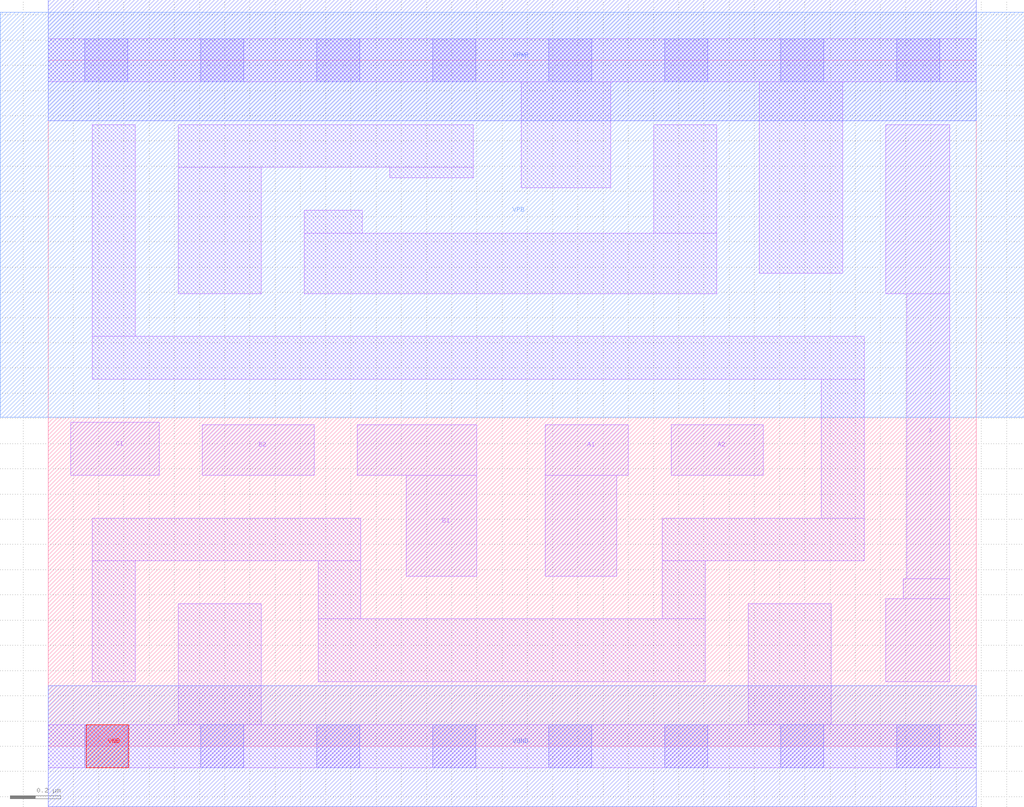
<source format=lef>
# Copyright 2020 The SkyWater PDK Authors
#
# Licensed under the Apache License, Version 2.0 (the "License");
# you may not use this file except in compliance with the License.
# You may obtain a copy of the License at
#
#     https://www.apache.org/licenses/LICENSE-2.0
#
# Unless required by applicable law or agreed to in writing, software
# distributed under the License is distributed on an "AS IS" BASIS,
# WITHOUT WARRANTIES OR CONDITIONS OF ANY KIND, either express or implied.
# See the License for the specific language governing permissions and
# limitations under the License.
#
# SPDX-License-Identifier: Apache-2.0

VERSION 5.7 ;
  NOWIREEXTENSIONATPIN ON ;
  DIVIDERCHAR "/" ;
  BUSBITCHARS "[]" ;
MACRO sky130_fd_sc_hd__a221o_1
  CLASS CORE ;
  FOREIGN sky130_fd_sc_hd__a221o_1 ;
  ORIGIN  0.000000  0.000000 ;
  SIZE  3.680000 BY  2.720000 ;
  SYMMETRY X Y R90 ;
  SITE unithd ;
  PIN A1
    ANTENNAGATEAREA  0.247500 ;
    DIRECTION INPUT ;
    USE SIGNAL ;
    PORT
      LAYER li1 ;
        RECT 1.970000 0.675000 2.255000 1.075000 ;
        RECT 1.970000 1.075000 2.300000 1.275000 ;
    END
  END A1
  PIN A2
    ANTENNAGATEAREA  0.247500 ;
    DIRECTION INPUT ;
    USE SIGNAL ;
    PORT
      LAYER li1 ;
        RECT 2.470000 1.075000 2.835000 1.275000 ;
    END
  END A2
  PIN B1
    ANTENNAGATEAREA  0.247500 ;
    DIRECTION INPUT ;
    USE SIGNAL ;
    PORT
      LAYER li1 ;
        RECT 1.225000 1.075000 1.700000 1.275000 ;
        RECT 1.420000 0.675000 1.700000 1.075000 ;
    END
  END B1
  PIN B2
    ANTENNAGATEAREA  0.247500 ;
    DIRECTION INPUT ;
    USE SIGNAL ;
    PORT
      LAYER li1 ;
        RECT 0.610000 1.075000 1.055000 1.275000 ;
    END
  END B2
  PIN C1
    ANTENNAGATEAREA  0.247500 ;
    DIRECTION INPUT ;
    USE SIGNAL ;
    PORT
      LAYER li1 ;
        RECT 0.090000 1.075000 0.440000 1.285000 ;
    END
  END C1
  PIN X
    ANTENNADIFFAREA  0.429000 ;
    DIRECTION OUTPUT ;
    USE SIGNAL ;
    PORT
      LAYER li1 ;
        RECT 3.320000 0.255000 3.575000 0.585000 ;
        RECT 3.320000 1.795000 3.575000 2.465000 ;
        RECT 3.390000 0.585000 3.575000 0.665000 ;
        RECT 3.405000 0.665000 3.575000 1.795000 ;
    END
  END X
  PIN VGND
    DIRECTION INOUT ;
    SHAPE ABUTMENT ;
    USE GROUND ;
    PORT
      LAYER met1 ;
        RECT 0.000000 -0.240000 3.680000 0.240000 ;
    END
  END VGND
  PIN VNB
    DIRECTION INOUT ;
    USE GROUND ;
    PORT
      LAYER pwell ;
        RECT 0.150000 -0.085000 0.320000 0.085000 ;
    END
  END VNB
  PIN VPB
    DIRECTION INOUT ;
    USE POWER ;
    PORT
      LAYER nwell ;
        RECT -0.190000 1.305000 3.870000 2.910000 ;
    END
  END VPB
  PIN VPWR
    DIRECTION INOUT ;
    SHAPE ABUTMENT ;
    USE POWER ;
    PORT
      LAYER met1 ;
        RECT 0.000000 2.480000 3.680000 2.960000 ;
    END
  END VPWR
  OBS
    LAYER li1 ;
      RECT 0.000000 -0.085000 3.680000 0.085000 ;
      RECT 0.000000  2.635000 3.680000 2.805000 ;
      RECT 0.175000  0.255000 0.345000 0.735000 ;
      RECT 0.175000  0.735000 1.240000 0.905000 ;
      RECT 0.175000  1.455000 3.235000 1.625000 ;
      RECT 0.175000  1.625000 0.345000 2.465000 ;
      RECT 0.515000  0.085000 0.845000 0.565000 ;
      RECT 0.515000  1.795000 0.845000 2.295000 ;
      RECT 0.515000  2.295000 1.685000 2.465000 ;
      RECT 1.015000  1.795000 2.650000 2.035000 ;
      RECT 1.015000  2.035000 1.245000 2.125000 ;
      RECT 1.070000  0.255000 2.605000 0.505000 ;
      RECT 1.070000  0.505000 1.240000 0.735000 ;
      RECT 1.355000  2.255000 1.685000 2.295000 ;
      RECT 1.875000  2.215000 2.230000 2.635000 ;
      RECT 2.400000  2.035000 2.650000 2.465000 ;
      RECT 2.435000  0.505000 2.605000 0.735000 ;
      RECT 2.435000  0.735000 3.235000 0.905000 ;
      RECT 2.775000  0.085000 3.105000 0.565000 ;
      RECT 2.820000  1.875000 3.150000 2.635000 ;
      RECT 3.065000  0.905000 3.235000 1.455000 ;
    LAYER mcon ;
      RECT 0.145000 -0.085000 0.315000 0.085000 ;
      RECT 0.145000  2.635000 0.315000 2.805000 ;
      RECT 0.605000 -0.085000 0.775000 0.085000 ;
      RECT 0.605000  2.635000 0.775000 2.805000 ;
      RECT 1.065000 -0.085000 1.235000 0.085000 ;
      RECT 1.065000  2.635000 1.235000 2.805000 ;
      RECT 1.525000 -0.085000 1.695000 0.085000 ;
      RECT 1.525000  2.635000 1.695000 2.805000 ;
      RECT 1.985000 -0.085000 2.155000 0.085000 ;
      RECT 1.985000  2.635000 2.155000 2.805000 ;
      RECT 2.445000 -0.085000 2.615000 0.085000 ;
      RECT 2.445000  2.635000 2.615000 2.805000 ;
      RECT 2.905000 -0.085000 3.075000 0.085000 ;
      RECT 2.905000  2.635000 3.075000 2.805000 ;
      RECT 3.365000 -0.085000 3.535000 0.085000 ;
      RECT 3.365000  2.635000 3.535000 2.805000 ;
  END
END sky130_fd_sc_hd__a221o_1
END LIBRARY

</source>
